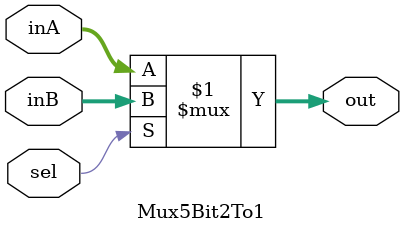
<source format=v>
`timescale 1ns / 1ps

module Mux5Bit2To1(
    output [4:0] out,
    input [4:0] inA,
    input [4:0] inB,
    input sel
);
    // Use continuous assignment for faster and cleaner combinational logic
    assign out = sel ? inB : inA;

endmodule

</source>
